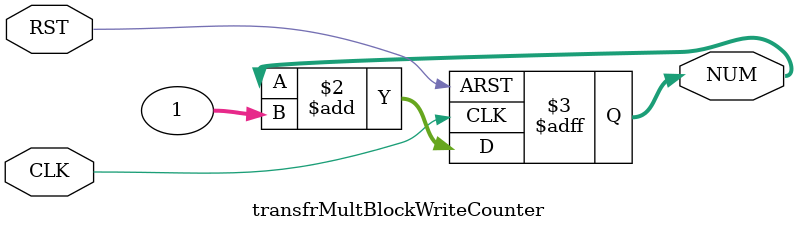
<source format=v>
module transfrMultBlockWriteCounter(
RST,
CLK,
NUM);

input wire RST, CLK;
output reg [31:0] NUM;

always @ (posedge RST or posedge CLK)
begin
	if(RST)
	begin
		NUM <= 32'h0;
	end
	else
	begin
		NUM <= NUM + 32'h1;
	end
end

endmodule
</source>
